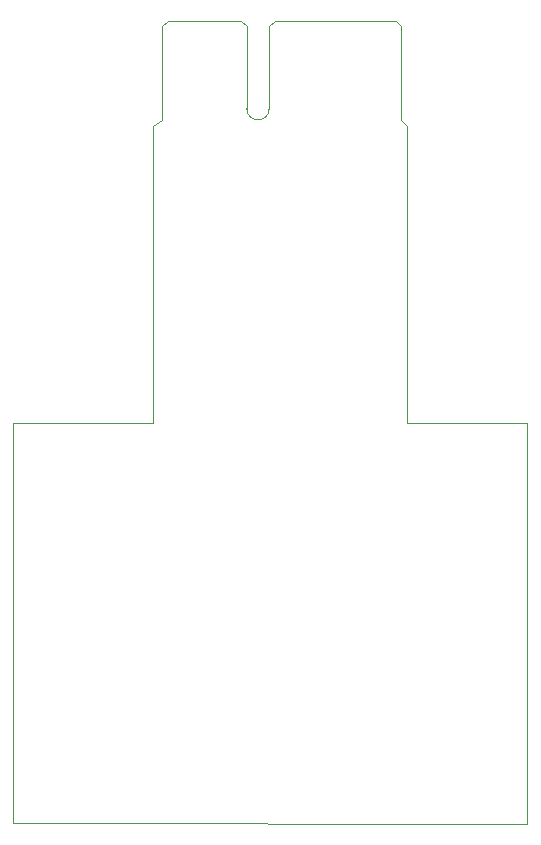
<source format=gbr>
%TF.GenerationSoftware,KiCad,Pcbnew,8.0.5-8.0.5-0~ubuntu22.04.1*%
%TF.CreationDate,2024-10-05T09:37:12-07:00*%
%TF.ProjectId,siglent-la,7369676c-656e-4742-9d6c-612e6b696361,rev?*%
%TF.SameCoordinates,Original*%
%TF.FileFunction,Profile,NP*%
%FSLAX46Y46*%
G04 Gerber Fmt 4.6, Leading zero omitted, Abs format (unit mm)*
G04 Created by KiCad (PCBNEW 8.0.5-8.0.5-0~ubuntu22.04.1) date 2024-10-05 09:37:12*
%MOMM*%
%LPD*%
G01*
G04 APERTURE LIST*
%TA.AperFunction,Profile*%
%ADD10C,0.100000*%
%TD*%
G04 APERTURE END LIST*
D10*
X100000000Y-97600000D02*
X100000000Y-72500000D01*
X88200000Y-97600000D02*
X100000000Y-97600000D01*
X88200000Y-131500000D02*
X88200000Y-97600000D01*
X131700000Y-131600000D02*
X88200000Y-131500000D01*
X131700000Y-97600000D02*
X131700000Y-131600000D01*
X121500000Y-97600000D02*
X131700000Y-97600000D01*
X121500000Y-72500000D02*
X121500000Y-97600000D01*
X100750000Y-71950000D02*
X100000000Y-72500000D01*
X121500000Y-72500000D02*
X121050000Y-71950000D01*
%TO.C,J1*%
X109850000Y-71000000D02*
G75*
G02*
X107950000Y-71000000I-950000J0D01*
G01*
X121050000Y-71950000D02*
X121050000Y-64050000D01*
X121050000Y-64050000D02*
X120550000Y-63550000D01*
X120550000Y-63550000D02*
X110350000Y-63550000D01*
X109850000Y-71000000D02*
X109850000Y-64050000D01*
X109850000Y-64050000D02*
X110350000Y-63550000D01*
X107950000Y-71000000D02*
X107950000Y-64050000D01*
X107950000Y-64050000D02*
X107450000Y-63550000D01*
X107450000Y-63550000D02*
X101250000Y-63550000D01*
X100750000Y-71950000D02*
X100750000Y-64050000D01*
X100750000Y-64050000D02*
X101250000Y-63550000D01*
%TD*%
M02*

</source>
